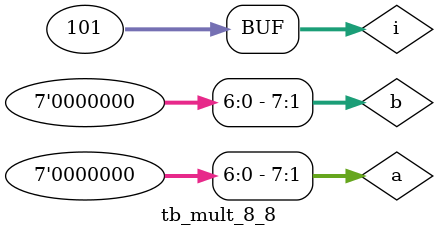
<source format=v>
`timescale 1ns / 1ps


module tb_mult_8_8(

    );
    reg [7:0] a;
    reg [7:0] b;
    
    wire [15:0] c;
    wire [15:0] c_real;
    wire correct;
    
    integer i;
    initial begin
       a <= $random;
       b <= $random;
       for(i=0;i<=100;i=i+1) begin
        #20
            a <= $random;
            b <= $random;
       end
    end
    
    
    assign c_real = a*b;
    
    assign correct = (c_real == c)?1'b1:1'b0;
    
    mult_8_8 mult_8_8_inst(
        .a(a),
        .b(b),

        .c(c)
    );
   
endmodule

</source>
